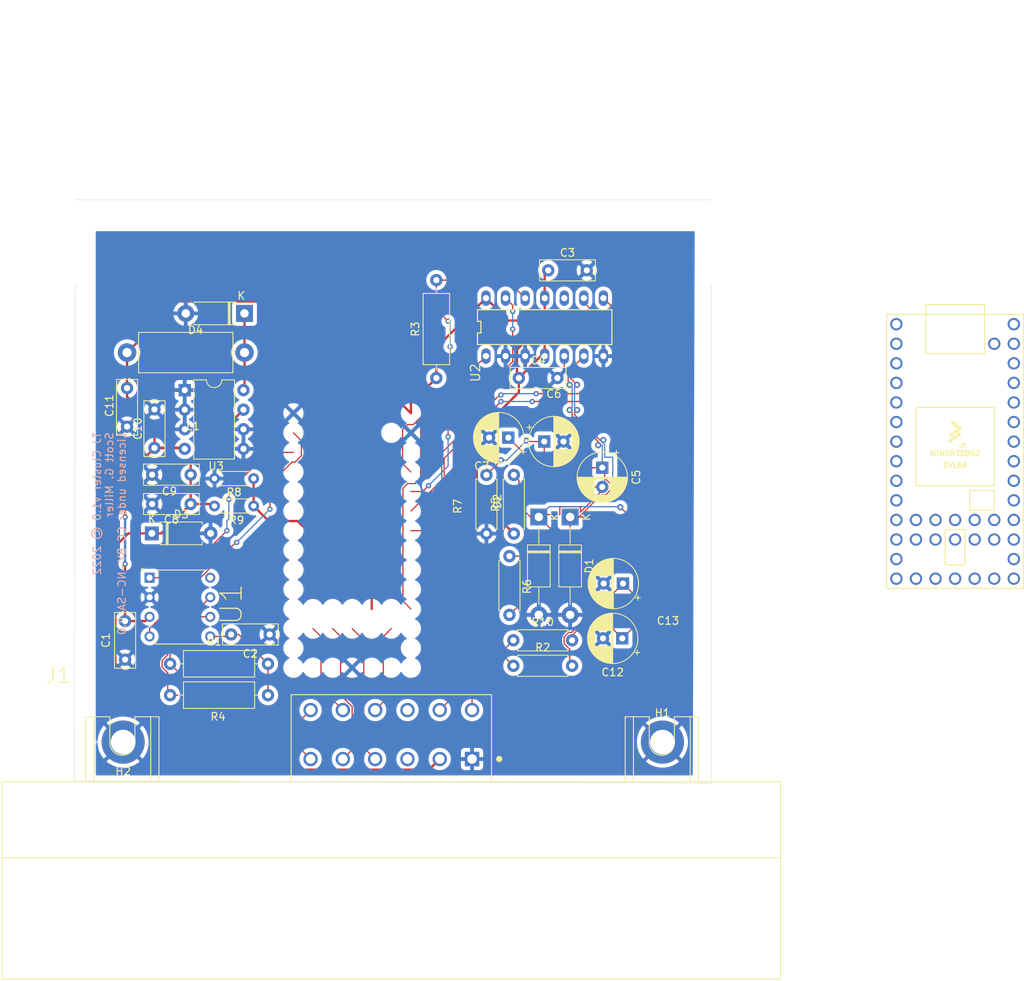
<source format=kicad_pcb>
(kicad_pcb (version 20211014) (generator pcbnew)
  (layers (0 "F.Cu" signal) (31 "B.Cu" power) (36 "B.SilkS" user "B.Silkscreen") (37 "F.SilkS" user "F.Silkscreen") (38 "B.Mask" user) (39 "F.Mask" user) (44 "Edge.Cuts" user))
  (net 0 "")
  (net 1 "GND")
  (net 2 "+12V")
  (net 3 "ccd-")
  (net 4 "ccd+")
  (net 5 "can-")
  (net 6 "can+")
  (net 7 "12V_MEASURE")
  (net 8 "txd")
  (net 9 "rxd")
  (net 10 "CCD_CLOCK")
  (net 11 "can_tx")
  (net 12 "can_rx")
  (net 13 "idle")
  (net 15 "Net-(C2-Pad2)")
  (net 17 "+5V")
  (net 18 "Net-(D4-Pad1)")
  (net 20 "/IO{slash}1")
  (net 21 "/IO{slash}2")
  (net 22 "/IO{slash}3")
  (net 23 "/IO{slash}4")
  (net 25 "ctrl")
  (net 26 "ccd_f+")
  (net 27 "ccd_f-")
  (footprint "Diode_THT:D_DO-41_SOD81_P12.70mm_Horizontal" (layer "F.Cu") (at 114.38762 101.092 -90)
    (fp_text reference "D1")
    (fp_text value "1N4728")
  )
  (footprint "Resistor_THT:R_Axial_DIN0207_L6.3mm_D2.5mm_P7.62mm_Horizontal" (layer "F.Cu") (at 103.526442 95.630982 -90)
    (fp_text reference "R7")
    (fp_text value "13K")
  )
  (footprint "Capacitor_THT:C_Disc_D7.0mm_W2.5mm_P5.00mm" (layer "F.Cu") (at 56.896 84.368 -90)
    (fp_text reference "C11")
    (fp_text value "0.1uf")
  )
  (footprint "Capacitor_THT:CP_Radial_D6.3mm_P2.50mm" (layer "F.Cu") (at 121.24562 109.728 180)
    (fp_text reference "C13")
    (fp_text value "3.3nF")
  )
  (footprint "Capacitor_THT:CP_Radial_D6.3mm_P2.50mm" (layer "F.Cu") (at 118.560131 94.688012 -90)
    (fp_text reference "C5")
    (fp_text value "25pF")
  )
  (footprint "Resistor_THT:R_Axial_DIN0309_L9.0mm_D3.2mm_P12.70mm_Horizontal" (layer "F.Cu") (at 97.028 83.058 90)
    (fp_text reference "R3")
    (fp_text value "10k")
  )
  (footprint "Resistor_THT:R_Axial_DIN0207_L6.3mm_D2.5mm_P7.62mm_Horizontal" (layer "F.Cu") (at 107.082442 103.250982 90)
    (fp_text reference "R5")
    (fp_text value "13K")
  )
  (footprint "DTM13:TE_DTM13-12PA-R008" (layer "F.Cu") (at 91.186 130.535)
    (fp_text reference "J1")
    (fp_text value "DTM13-12PA-R008")
  )
  (footprint "Capacitor_THT:C_Disc_D7.0mm_W2.5mm_P5.00mm" (layer "F.Cu") (at 60.452 92.13 90)
    (fp_text reference "C10")
    (fp_text value "150uF")
  )
  (footprint "MCP2561:DIP787W46P254L927H533Q8" (layer "F.Cu") (at 63.754 112.776)
    (fp_text reference "U1")
    (fp_text value "MCP2561")
  )
  (footprint "Inductor_THT:L_Axial_L12.0mm_D5.0mm_P15.24mm_Horizontal_Fastron_MISC" (layer "F.Cu") (at 72.136 79.756 180)
    (fp_text reference "L1")
    (fp_text value "150uH")
  )
  (footprint "Resistor_THT:R_Axial_DIN0207_L6.3mm_D2.5mm_P7.62mm_Horizontal" (layer "F.Cu") (at 107.02162 117.094)
    (fp_text reference "R10")
    (fp_text value "10ohm")
  )
  (footprint "Capacitor_THT:C_Disc_D7.0mm_W2.5mm_P5.00mm" (layer "F.Cu") (at 111.546 69.088)
    (fp_text reference "C3")
    (fp_text value "0.1uF")
  )
  (footprint "Resistor_THT:R_Axial_DIN0204_L3.6mm_D1.6mm_P5.08mm_Horizontal" (layer "F.Cu") (at 73.32 99.662 180)
    (fp_text reference "R9")
    (fp_text value "10M")
  )
  (footprint "Capacitor_THT:CP_Radial_D6.3mm_P2.50mm" (layer "F.Cu") (at 121.158 116.84 180)
    (fp_text reference "C12")
    (fp_text value "3.3nF")
  )
  (footprint "CDP68HC68S1:CDP68HC68S1" (layer "F.Cu") (at 111.08562 76.454)
    (fp_text reference "U2")
    (fp_text value "CDP68HC68S1")
  )
  (footprint "Diode_THT:D_DO-41_SOD81_P7.62mm_Horizontal" (layer "F.Cu") (at 72.136 74.676 180)
    (fp_text reference "D4")
    (fp_text value "550mV")
  )
  (footprint "Capacitor_THT:C_Disc_D7.0mm_W2.5mm_P5.00mm" (layer "F.Cu") (at 65.152 95.598 180)
    (fp_text reference "C9")
    (fp_text value "100uf")
  )
  (footprint "Capacitor_THT:C_Disc_D7.0mm_W2.5mm_P5.00mm" (layer "F.Cu") (at 65.152 99.408 180)
    (fp_text reference "C8")
    (fp_text value "0.1uf")
  )
  (footprint "Diode_THT:D_A-405_P7.62mm_Horizontal" (layer "F.Cu") (at 60.112 103.218)
    (fp_text reference "D3")
    (fp_text value "SD15_SOD323")
  )
  (footprint "Diode_THT:D_DO-41_SOD81_P12.70mm_Horizontal" (layer "F.Cu") (at 110.32362 101.092 -90)
    (fp_text reference "D2")
    (fp_text value "1N4728")
  )
  (footprint "Resistor_THT:R_Axial_DIN0204_L3.6mm_D1.6mm_P5.08mm_Horizontal" (layer "F.Cu") (at 73.32 96.106 180)
    (fp_text reference "R8")
    (fp_text value "1.5M")
  )
  (footprint "Resistor_THT:R_Axial_DIN0207_L6.3mm_D2.5mm_P7.62mm_Horizontal" (layer "F.Cu") (at 106.51362 113.792 90)
    (fp_text reference "R6")
    (fp_text value "120ohm")
  )
  (footprint "Resistor_THT:R_Axial_DIN0207_L6.3mm_D2.5mm_P7.62mm_Horizontal" (layer "F.Cu") (at 107.02162 120.396)
    (fp_text reference "R2")
    (fp_text value "10ohm")
  )
  (footprint "Capacitor_THT:C_Disc_D7.0mm_W2.5mm_P5.00mm" (layer "F.Cu") (at 75.398 116.332 180)
    (fp_text reference "C2")
    (fp_text value "4700pF")
  )
  (footprint "Teensy:Teensy40" (layer "F.Cu") (at 164.338 92.583 -90)
    (fp_text reference "U4")
    (fp_text value "Teensy4.0")
  )
  (footprint "MountingHole:MountingHole_3.2mm_M3_DIN965_Pad" (layer "F.Cu") (at 56.388 130.302 180)
    (fp_text reference "H2")
    (fp_text value "MountingHole_Pad")
  )
  (footprint "Capacitor_THT:C_Disc_D7.0mm_W2.5mm_P5.00mm" (layer "F.Cu") (at 107.736 83.058)
    (fp_text reference "C4")
    (fp_text value "0.1uF")
  )
  (footprint "Capacitor_THT:CP_Radial_D6.3mm_P2.50mm" (layer "F.Cu") (at 111.027752 91.298391)
    (fp_text reference "C6")
    (fp_text value "25pF")
  )
  (footprint "Capacitor_THT:C_Disc_D7.0mm_W2.5mm_P5.00mm" (layer "F.Cu") (at 56.642 119.594 90)
    (fp_text reference "C1")
    (fp_text value "0.1uF")
  )
  (footprint "Resistor_THT:R_Axial_DIN0309_L9.0mm_D3.2mm_P12.70mm_Horizontal" (layer "F.Cu") (at 75.184 120.142 180)
    (fp_text reference "R4")
    (fp_text value "60ohm")
  )
  (footprint "Capacitor_THT:CP_Radial_D6.3mm_P2.50mm" (layer "F.Cu") (at 106.368131 90.790391 180)
    (fp_text reference "C7")
    (fp_text value "25pF")
  )
  (footprint "MountingHole:MountingHole_3.2mm_M3_DIN965_Pad" (layer "F.Cu") (at 126.365 130.302)
    (fp_text reference "H1")
    (fp_text value "MountingHole_Pad")
  )
  (footprint "Package_DIP:DIP-8_W7.62mm" (layer "F.Cu") (at 64.382 84.63)
    (fp_text reference "U3")
    (fp_text value "LM2594HVM-5.0")
  )
  (footprint "Resistor_THT:R_Axial_DIN0309_L9.0mm_D3.2mm_P12.70mm_Horizontal" (layer "F.Cu") (at 62.484 124.206)
    (fp_text reference "R1")
    (fp_text value "60ohm")
  )
  (gr_line (start 50.19 59.944) (end 132.69 59.944) (layer "Edge.Cuts") (width 0.05))
  (gr_line (start 50.038 135.369) (end 50.19 70.866) (layer "Edge.Cuts") (width 0.05))
  (gr_line (start 132.69 70.866) (end 132.69 135.61) (layer "Edge.Cuts") (width 0.05))
  (gr_line (start 132.69 135.61) (end 50.038 135.369) (layer "Edge.Cuts") (width 0.05))
  (gr_text "TJ Cluster v1.0 © 2022 \nScott G. Miller \nLicensed under CC BY-NC-SA 4.0 " (at 54.61 90.012243 90) (layer "B.SilkS") (effects (font (size 1 1)) (justify left mirror)))
  (segment (start 55.372 120.097865) (end 55.372 104.902) (width 0.3) (layer "F.Cu") (net 2))
  (segment (start 65.152 94.02) (end 72.002 87.17) (width 0.3) (layer "F.Cu") (net 2))
  (segment (start 60.112 103.218) (end 61.342 103.218) (width 0.3) (layer "F.Cu") (net 2))
  (segment (start 57.056 103.218) (end 55.372 104.902) (width 0.3) (layer "F.Cu") (net 2))
  (segment (start 67.986 99.408) (end 68.24 99.662) (width 0.3) (layer "F.Cu") (net 2))
  (segment (start 97.471 132.495) (end 96.086689 133.879311) (width 0.3) (layer "F.Cu") (net 2))
  (segment (start 69.153446 133.879311) (end 55.372 120.097865) (width 0.3) (layer "F.Cu") (net 2))
  (segment (start 61.342 103.218) (end 65.152 99.408) (width 0.3) (layer "F.Cu") (net 2))
  (segment (start 60.112 103.218) (end 57.056 103.218) (width 0.3) (layer "F.Cu") (net 2))
  (segment (start 65.152 95.598) (end 65.152 94.02) (width 0.3) (layer "F.Cu") (net 2))
  (segment (start 96.086689 133.879311) (end 69.153446 133.879311) (width 0.3) (layer "F.Cu") (net 2))
  (segment (start 65.152 99.408) (end 67.986 99.408) (width 0.3) (layer "F.Cu") (net 2))
  (segment (start 65.152 99.408) (end 65.152 95.598) (width 0.3) (layer "F.Cu") (net 2))
  (segment (start 100.012679 124.053354) (end 99.999793 124.040468) (width 0.1524) (layer "F.Cu") (net 3))
  (segment (start 99.138381 124.027587) (end 99.138381 124.027586) (width 0.1524) (layer "F.Cu") (net 3))
  (segment (start 98.727 124.464736) (end 98.714115 124.451851) (width 0.1524) (layer "F.Cu") (net 3))
  (segment (start 105.027201 118.588799) (end 105.526821 118.588799) (width 0.1524) (layer "F.Cu") (net 3))
  (segment (start 105.526821 118.588799) (end 107.02162 117.094) (width 0.1524) (layer "F.Cu") (net 3))
  (segment (start 99.999793 123.616204) (end 100.717188 122.898812) (width 0.1524) (layer "F.Cu") (net 3))
  (segment (start 99.138381 124.027586) (end 99.588415 124.477619) (width 0.1524) (layer "F.Cu") (net 3))
  (segment (start 100.012679 124.053353) (end 100.012679 124.053354) (width 0.1524) (layer "F.Cu") (net 3))
  (segment (start 97.471 126.145) (end 98.727 124.889) (width 0.1524) (layer "F.Cu") (net 3))
  (segment (start 100.717188 122.898812) (end 105.027201 118.588799) (width 0.1524) (layer "F.Cu") (net 3))
  (arc (start 99.588415 124.477619) (mid 99.800547 124.565487) (end 100.012679 124.477619) (width 0.1524) (layer "F.Cu") (net 3))
  (arc (start 100.012679 124.477619) (mid 100.100547 124.265486) (end 100.012679 124.053353) (width 0.1524) (layer "F.Cu") (net 3))
  (arc (start 98.714115 124.027587) (mid 98.926249 123.939718) (end 99.138381 124.027587) (width 0.1524) (layer "F.Cu") (net 3))
  (arc (start 98.727 124.889) (mid 98.814868 124.676868) (end 98.727 124.464736) (width 0.1524) (layer "F.Cu") (net 3))
  (arc (start 98.714115 124.451851) (mid 98.626247 124.239719) (end 98.714115 124.027587) (width 0.1524) (layer "F.Cu") (net 3))
  (arc (start 99.999793 124.040468) (mid 99.911925 123.828336) (end 99.999793 123.616204) (width 0.1524) (layer "F.Cu") (net 3))
  (segment (start 102.438814 122.043251) (end 102.664122 122.268559) (width 0.1524) (layer "F.Cu") (net 4))
  (segment (start 101.242366 123.021) (end 101.361 123.021) (width 0.1524) (layer "F.Cu") (net 4))
  (segment (start 105.1566 118.901201) (end 105.526821 118.901201) (width 0.1524) (layer "F.Cu") (net 4))
  (segment (start 103.088386 121.844293) (end 103.088386 121.844294) (width 0.1524) (layer "F.Cu") (net 4))
  (segment (start 101.661 122.396801) (end 102.01455 122.043251) (width 0.1524) (layer "F.Cu") (net 4))
  (segment (start 101.661 122.721) (end 101.661 122.396801) (width 0.1524) (layer "F.Cu") (net 4))
  (segment (start 103.088386 121.844294) (end 102.863077 121.618985) (width 0.1524) (layer "F.Cu") (net 4))
  (segment (start 101.661 126.145) (end 101.661 124.521) (width 0.1524) (layer "F.Cu") (net 4))
  (segment (start 102.969144 121.088657) (end 105.1566 118.901201) (width 0.1524) (layer "F.Cu") (net 4))
  (segment (start 101.242366 123.621) (end 102.279634 123.621) (width 0.1524) (layer "F.Cu") (net 4))
  (segment (start 102.863077 121.194721) (end 102.863078 121.194722) (width 0.1524) (layer "F.Cu") (net 4))
  (segment (start 101.961 124.221) (end 102.279634 124.221) (width 0.1524) (layer "F.Cu") (net 4))
  (segment (start 102.863078 121.194722) (end 102.969144 121.088657) (width 0.1524) (layer "F.Cu") (net 4))
  (segment (start 105.526821 118.901201) (end 107.02162 120.396) (width 0.1524) (layer "F.Cu") (net 4))
  (arc (start 103.088386 122.268559) (mid 103.176254 122.056426) (end 103.088386 121.844293) (width 0.1524) (layer "F.Cu") (net 4))
  (arc (start 102.579634 123.921) (mid 102.491766 123.708868) (end 102.279634 123.621) (width 0.1524) (layer "F.Cu") (net 4))
  (arc (start 101.242366 123.621) (mid 101.030234 123.533132) (end 100.942366 123.321) (width 0.1524) (layer "F.Cu") (net 4))
  (arc (start 102.863077 121.618985) (mid 102.775209 121.406853) (end 102.863077 121.194721) (width 0.1524) (layer "F.Cu") (net 4))
  (arc (start 101.361 123.021) (mid 101.573132 122.933132) (end 101.661 122.721) (width 0.1524) (layer "F.Cu") (net 4))
  (arc (start 100.942366 123.321) (mid 101.030234 123.108868) (end 101.242366 123.021) (width 0.1524) (layer "F.Cu") (net 4))
  (arc (start 101.661 124.521) (mid 101.748868 124.308868) (end 101.961 124.221) (width 0.1524) (layer "F.Cu") (net 4))
  (arc (start 102.279634 124.221) (mid 102.491766 124.133132) (end 102.579634 123.921) (width 0.1524) (layer "F.Cu") (net 4))
  (arc (start 102.01455 122.043251) (mid 102.226682 121.955383) (end 102.438814 122.043251) (width 0.1524) (layer "F.Cu") (net 4))
  (arc (start 102.664122 122.268559) (mid 102.876254 122.356427) (end 103.088386 122.268559) (width 0.1524) (layer "F.Cu") (net 4))
  (segment (start 78.719907 127.2367) (end 78.95747 127.474263) (width 0.1524) (layer "F.Cu") (net 5))
  (segment (start 77.871379 128.085229) (end 78.108942 128.322792) (width 0.1524) (layer "F.Cu") (net 5))
  (segment (start 78.74534 128.110662) (end 78.295643 127.660965) (width 0.1524) (layer "F.Cu") (net 5))
  (segment (start 71.505799 129.163799) (end 62.484 120.142) (width 0.1524) (layer "F.Cu") (net 5))
  (segment (start 62.484 117.152801) (end 65.590801 114.046) (width 0.1524) (layer "F.Cu") (net 5))
  (segment (start 78.108942 128.747056) (end 77.692201 129.163799) (width 0.1524) (layer "F.Cu") (net 5))
  (segment (start 62.484 120.142) (end 62.484 117.152801) (width 0.1524) (layer "F.Cu") (net 5))
  (segment (start 79.381735 127.05) (end 79.144171 126.812436) (width 0.1524) (layer "F.Cu") (net 5))
  (segment (start 79.195035 128.560357) (end 78.74534 128.110662) (width 0.1524) (layer "F.Cu") (net 5))
  (segment (start 78.95747 127.474263) (end 79.619299 128.136093) (width 0.1524) (layer "F.Cu") (net 5))
  (segment (start 80.711 126.145) (end 79.806 127.05) (width 0.1524) (layer "F.Cu") (net 5))
  (segment (start 65.590801 114.046) (end 67.689 114.046) (width 0.1524) (layer "F.Cu") (net 5))
  (segment (start 77.692201 129.163799) (end 71.505799 129.163799) (width 0.1524) (layer "F.Cu") (net 5))
  (segment (start 79.381734 127.05) (end 79.381735 127.05) (width 0.1524) (layer "F.Cu") (net 5))
  (arc (start 77.871379 127.660965) (mid 77.783511 127.873097) (end 77.871379 128.085229) (width 0.1524) (layer "F.Cu") (net 5))
  (arc (start 78.719907 126.812436) (mid 78.632039 127.024568) (end 78.719907 127.2367) (width 0.1524) (layer "F.Cu") (net 5))
  (arc (start 78.295643 127.660965) (mid 78.083511 127.573097) (end 77.871379 127.660965) (width 0.1524) (layer "F.Cu") (net 5))
  (arc (start 79.619299 128.136093) (mid 79.707167 128.348225) (end 79.619299 128.560357) (width 0.1524) (layer "F.Cu") (net 5))
  (arc (start 79.619299 128.560357) (mid 79.407167 128.648225) (end 79.195035 128.560357) (width 0.1524) (layer "F.Cu") (net 5))
  (arc (start 78.108942 128.322792) (mid 78.19681 128.534924) (end 78.108942 128.747056) (width 0.1524) (layer "F.Cu") (net 5))
  (arc (start 79.806 127.05) (mid 79.593867 127.137868) (end 79.381734 127.05) (width 0.1524) (layer "F.Cu") (net 5))
  (arc (start 79.144171 126.812436) (mid 78.932039 126.724568) (end 78.719907 126.812436) (width 0.1524) (layer "F.Cu") (net 5))
  (segment (start 71.3764 129.476201) (end 66.106199 124.206) (width 0.1524) (layer "F.Cu") (net 6))
  (segment (start 77.692201 129.476201) (end 71.3764 129.476201) (width 0.1524) (layer "F.Cu") (net 6))
  (segment (start 62.1716 121.294318) (end 61.448289 120.571007) (width 0.1524) (layer "F.Cu") (net 6))
  (segment (start 62.1716 123.8936) (end 62.1716 121.294318) (width 0.1524) (layer "F.Cu") (net 6))
  (segment (start 62.484 124.206) (end 62.1716 123.8936) (width 0.1524) (layer "F.Cu") (net 6))
  (segment (start 62.1716 117.0234) (end 67.689 111.506) (width 0.1524) (layer "F.Cu") (net 6))
  (segment (start 80.711 132.495) (end 77.692201 129.476201) (width 0.1524) (layer "F.Cu") (net 6))
  (segment (start 61.448289 119.712993) (end 62.1716 118.989682) (width 0.1524) (layer "F.Cu") (net 6))
  (segment (start 61.448289 120.571007) (end 61.448289 119.712993) (width 0.1524) (layer "F.Cu") (net 6))
  (segment (start 66.106199 124.206) (end 62.484 124.206) (width 0.1524) (layer "F.Cu") (net 6))
  (segment (start 62.1716 118.989682) (end 62.1716 117.0234) (width 0.1524) (layer "F.Cu") (net 6))
  (segment (start 88.646 111.252) (end 88.646 113.03) (width 0.3) (layer "F.Cu") (net 7))
  (segment (start 73.32 99.662) (end 75.273689 101.615689) (width 0.3) (layer "F.Cu") (net 7))
  (segment (start 75.273689 101.615689) (end 79.009689 101.615689) (width 0.3) (layer "F.Cu") (net 7))
  (segment (start 73.32 96.106) (end 73.32 99.662) (width 0.3) (layer "F.Cu") (net 7))
  (segment (start 79.009689 101.615689) (end 88.646 111.252) (width 0.3) (layer "F.Cu") (net 7))
  (segment (start 121.666 80.01) (end 115.57 86.106) (width 0.1524) (layer "F.Cu") (net 8))
  (segment (start 115.57 86.106) (end 109.474 86.106) (width 0.1524) (layer "F.Cu") (net 8))
  (segment (start 105.41 86.106) (end 98.044 93.472) (width 0.1524) (layer "F.Cu") (net 8))
  (segment (start 95.504 102.87) (end 93.726 102.87) (width 0.1524) (layer "F.Cu") (net 8))
  (segment (start 98.044 100.33) (end 95.504 102.87) (width 0.1524) (layer "F.Cu") (net 8))
  (segment (start 121.666 75.65438) (end 121.666 80.01) (width 0.1524) (layer "F.Cu") (net 8))
  (segment (start 98.044 93.472) (end 98.044 100.33) (width 0.1524) (layer "F.Cu") (net 8))
  (segment (start 118.70562 72.694) (end 121.666 75.65438) (width 0.1524) (layer "F.Cu") (net 8))
  (via (at 105.41 86.106) (size 0.6858) (drill 0.3302) (layers "F.Cu" "B.Cu") (net 8))
  (via (at 109.474 86.106) (size 0.6858) (drill 0.3302) (layers "F.Cu" "B.Cu") (net 8))
  (segment (start 109.474 86.106) (end 105.41 86.106) (width 0.1524) (layer "B.Cu") (net 8))
  (segment (start 117.348 74.422) (end 116.16562 73.23962) (width 0.1524) (layer "F.Cu") (net 9))
  (segment (start 119.992498 74.422) (end 117.348 74.422) (width 0.1524) (layer "F.Cu") (net 9))
  (segment (start 116.144878 85.09) (end 121.35408 79.880798) (width 0.1524) (layer "F.Cu") (net 9))
  (segment (start 109.982 85.09) (end 116.144878 85.09) (width 0.1524) (layer "F.Cu") (net 9))
  (segment (start 97.73208 92.76792) (end 105.239303 85.260697) (width 0.1524) (layer "F.Cu") (net 9))
  (segment (start 97.73208 96.32392) (end 97.73208 92.76792) (width 0.1524) (layer "F.Cu") (net 9))
  (segment (start 116.16562 73.23962) (end 116.16562 72.694) (width 0.1524) (layer "F.Cu") (net 9))
  (segment (start 105.239303 85.260697) (end 105.41 85.260697) (width 0.1524) (layer "F.Cu") (net 9))
  (segment (start 93.726 100.33) (end 97.73208 96.32392) (width 0.1524) (layer "F.Cu") (net 9))
  (segment (start 121.35408 79.880798) (end 121.35408 75.783582) (width 0.1524) (layer "F.Cu") (net 9))
  (segment (start 121.35408 75.783582) (end 119.992498 74.422) (width 0.1524) (layer "F.Cu") (net 9))
  (via (at 105.41 85.260697) (size 0.6858) (drill 0.3302) (layers "F.Cu" "B.Cu") (net 9))
  (via (at 109.982 85.09) (size 0.6858) (drill 0.3302) (layers "F.Cu" "B.Cu") (net 9))
  (segment (start 105.41 85.260697) (end 105.580697 85.09) (width 0.1524) (layer "B.Cu") (net 9))
  (segment (start 105.580697 85.09) (end 109.982 85.09) (width 0.1524) (layer "B.Cu") (net 9))
  (segment (start 94.996 96.078878) (end 94.320589 96.754289) (width 0.1524) (layer "F.Cu") (net 10))
  (segment (start 103.46562 80.214) (end 94.996 88.68362) (width 0.1524) (layer "F.Cu") (net 10))
  (segment (start 92.690289 111.994289) (end 93.726 113.03) (width 0.1524) (layer "F.Cu") (net 10))
  (segment (start 94.320589 96.754289) (end 93.296993 96.754289) (width 0.1524) (layer "F.Cu") (net 10))
  (segment (start 94.996 88.68362) (end 94.996 96.078878) (width 0.1524) (layer "F.Cu") (net 10))
  (segment (start 92.690289 97.360993) (end 92.690289 111.994289) (width 0.1524) (layer "F.Cu") (net 10))
  (segment (start 93.296993 96.754289) (end 92.690289 97.360993) (width 0.1524) (layer "F.Cu") (net 10))
  (segment (start 70.104 98.806) (end 70.104 97.793926) (width 0.1524) (layer "F.Cu") (net 11))
  (segment (start 63.754 108.966) (end 69.85 102.87) (width 0.1524) (layer "F.Cu") (net 11))
  (segment (start 70.104 97.793926) (end 75.187926 92.71) (width 0.1524) (layer "F.Cu") (net 11))
  (segment (start 59.819 108.966) (end 63.754 108.966) (width 0.1524) (layer "F.Cu") (net 11))
  (segment (start 75.187926 92.71) (end 78.486 92.71) (width 0.1524) (layer "F.Cu") (net 11))
  (via (at 69.85 102.87) (size 0.6858) (drill 0.3302) (layers "F.Cu" "B.Cu") (net 11))
  (via (at 70.104 98.806) (size 0.6858) (drill 0.3302) (layers "F.Cu" "B.Cu") (net 11))
  (segment (start 69.85 101.603926) (end 70.104 101.349926) (width 0.1524) (layer "B.Cu") (net 11))
  (segment (start 70.104 101.349926) (end 70.104 98.806) (width 0.1524) (layer "B.Cu") (net 11))
  (segment (start 69.85 102.87) (end 69.85 101.603926) (width 0.1524) (layer "B.Cu") (net 11))
  (segment (start 75.438 96.833282) (end 75.438 100.076) (width 0.1524) (layer "F.Cu") (net 12))
  (segment (start 78.680718 93.98) (end 78.291282 93.98) (width 0.1524) (layer "F.Cu") (net 12))
  (segment (start 79.521711 93.139007) (end 78.680718 93.98) (width 0.1524) (layer "F.Cu") (net 12))
  (segment (start 59.819 115.577758) (end 59.819 116.586) (width 0.1524) (layer "F.Cu") (net 12))
  (segment (start 78.291282 93.98) (end 75.438 96.833282) (width 0.1524) (layer "F.Cu") (net 12))
  (segment (start 71.002758 104.394) (end 59.819 115.577758) (width 0.1524) (layer "F.Cu") (net 12))
  (segment (start 78.486 90.17) (end 79.521711 91.205711) (width 0.1524) (layer "F.Cu") (net 12))
  (segment (start 71.12 104.394) (end 71.002758 104.394) (width 0.1524) (layer "F.Cu") (net 12))
  (segment (start 79.521711 91.205711) (end 79.521711 93.139007) (width 0.1524) (layer "F.Cu") (net 12))
  (via (at 75.438 100.076) (size 0.6858) (drill 0.3302) (layers "F.Cu" "B.Cu") (net 12))
  (via (at 71.12 104.394) (size 0.6858) (drill 0.3302) (layers "F.Cu" "B.Cu") (net 12))
  (segment (start 75.438 100.076) (end 71.12 104.394) (width 0.1524) (layer "B.Cu") (net 12))
  (segment (start 98.806 84.328) (end 98.806 79.248) (width 0.1524) (layer "F.Cu") (net 13))
  (segment (start 94.039711 89.094289) (end 98.806 84.328) (width 0.1524) (layer "F.Cu") (net 13))
  (segment (start 98.806 79.248) (end 98.806 78.994) (width 0.1524) (layer "F.Cu") (net 13))
  (segment (start 92.650289 89.724425) (end 93.280425 89.094289) (width 0.1524) (layer "F.Cu") (net 13))
  (segment (start 98.552 75.692) (end 97.028 74.168) (width 0.1524) (layer "F.Cu") (net 13))
  (segment (start 106.20962 70.358) (end 108.54562 72.694) (width 0.1524) (layer "F.Cu") (net 13))
  (segment (start 97.028 70.358) (end 106.20962 70.358) (width 0.1524) (layer "F.Cu") (net 13))
  (segment (start 93.726 95.25) (end 92.650289 94.174289) (width 0.1524) (layer "F.Cu") (net 13))
  (segment (start 93.280425 89.094289) (end 94.039711 89.094289) (width 0.1524) (layer "F.Cu") (net 13))
  (segment (start 97.028 74.168) (end 97.028 70.358) (width 0.1524) (layer "F.Cu") (net 13))
  (segment (start 92.650289 94.174289) (end 92.650289 89.724425) (width 0.1524) (layer "F.Cu") (net 13))
  (via (at 98.552 75.692) (size 0.6858) (drill 0.3302) (layers "F.Cu" "B.Cu") (net 13))
  (via (at 98.806 78.994) (size 0.6858) (drill 0.3302) (layers "F.Cu" "B.Cu") (net 13))
  (segment (start 98.806 75.946) (end 98.552 75.692) (width 0.1524) (layer "B.Cu") (net 13))
  (segment (start 98.806 78.994) (end 98.806 75.946) (width 0.1524) (layer "B.Cu") (net 13))
  (segment (start 70.144 116.586) (end 70.398 116.332) (width 0.1524) (layer "F.Cu") (net 15))
  (segment (start 75.184 120.142) (end 71.374 116.332) (width 0.1524) (layer "F.Cu") (net 15))
  (segment (start 71.374 116.332) (end 70.398 116.332) (width 0.1524) (layer "F.Cu") (net 15))
  (segment (start 75.184 124.206) (end 75.184 120.142) (width 0.1524) (layer "F.Cu") (net 15))
  (segment (start 67.689 116.586) (end 70.144 116.586) (width 0.1524) (layer "F.Cu") (net 15))
  (segment (start 56.896 79.756) (end 56.896 84.368) (width 0.3) (layer "F.Cu") (net 17))
  (segment (start 97.028 79.13162) (end 103.46562 72.694) (width 0.3) (layer "F.Cu") (net 17))
  (segment (start 60.452 89.05537) (end 60.452 92.13) (width 0.3) (layer "F.Cu") (net 17))
  (segment (start 111.08562 69.54838) (end 111.546 69.088) (width 0.3) (layer "F.Cu") (net 17))
  (segment (start 56.896 85.49937) (end 60.452 89.05537) (width 0.3) (layer "F.Cu") (net 17))
  (segment (start 111.08562 76.03362) (end 111.08562 75.60438) (width 0.3) (layer "F.Cu") (net 17))
  (segment (start 97.028 83.058) (end 97.028 79.13162) (width 0.3) (layer "F.Cu") (net 17))
  (segment (start 93.726 87.63) (end 93.726 86.36) (width 0.3) (layer "F.Cu") (net 17))
  (segment (start 60.452 92.13) (end 56.642 95.94) (width 0.3) (layer "F.Cu") (net 17))
  (segment (start 107.736 83.058) (end 107.736 84.907428) (width 0.3) (layer "F.Cu") (net 17))
  (segment (start 56.896 84.368) (end 56.896 85.49937) (width 0.3) (layer "F.Cu") (net 17))
  (segment (start 79.217689 73.121689) (end 63.530311 73.121689) (width 0.3) (layer "F.Cu") (net 17))
  (segment (start 56.642 95.94) (end 56.642 101.092) (width 0.3) (layer "F.Cu") (net 17))
  (segment (start 107.4913 82.8133) (end 107.4913 79.377287) (width 0.3) (layer "F.Cu") (net 17))
  (segment (start 111.08562 75.60438) (end 111.08562 72.694) (width 0.3) (layer "F.Cu") (net 17))
  (segment (start 56.642 109.982) (end 56.642 109.926378) (width 0.3) (layer "F.Cu") (net 17))
  (segment (start 60.382 92.13) (end 64.262 92.13) (width 0.35) (layer "F.Cu") (net 17))
  (segment (start 102.272131 98.440671) (end 107.082442 103.250982) (width 0.3) (layer "F.Cu") (net 17))
  (segment (start 107.736 83.058) (end 110.58 80.214) (width 0.3) (layer "F.Cu") (net 17))
  (segment (start 103.46562 72.694) (end 106.376 75.60438) (width 0.3) (layer "F.Cu") (net 17))
  (segment (start 56.642 114.594) (end 59.271 114.594) (width 0.3) (layer "F.Cu") (net 17))
  (segment (start 110.834967 76.03362) (end 111.08562 76.03362) (width 0.3) (layer "F.Cu") (net 17))
  (segment (start 107.4913 79.377287) (end 110.834967 76.03362) (width 0.3) (layer "F.Cu") (net 17))
  (segment (start 63.530311 73.121689) (end 56.896 79.756) (width 0.3) (layer "F.Cu") (net 17))
  (segment (start 56.642 107.188) (end 56.642 109.982) (width 0.3) (layer "F.Cu") (net 17))
  (segment (start 106.376 75.60438) (end 111.08562 75.60438) (width 0.3) (layer "F.Cu") (net 17))
  (segment (start 110.58 80.214) (end 111.08562 80.214) (width 0.3) (layer "F.Cu") (net 17))
  (segment (start 93.726 87.63) (end 79.217689 73.121689) (width 0.3) (layer "F.Cu") (net 17))
  (segment (start 59.271 114.594) (end 59.819 114.046) (width 0.3) (layer "F.Cu") (net 17))
  (segment (start 111.08562 80.214) (end 111.08562 76.03362) (width 0.3) (layer "F.Cu") (net 17))
  (segment (start 64.262 92.13) (end 64.382 92.25) (width 0.35) (layer "F.Cu") (net 17))
  (segment (start 102.272131 90.371297) (end 102.272131 98.440671) (width 0.3) (layer "F.Cu") (net 17))
  (segment (start 93.726 86.36) (end 97.028 83.058) (width 0.3) (layer "F.Cu") (net 17))
  (segment (start 56.642 114.594) (end 56.642 109.982) (width 0.3) (layer "F.Cu") (net 17))
  (segment (start 107.736 83.058) (end 107.4913 82.8133) (width 0.3) (layer "F.Cu") (net 17))
  (segment (start 111.08562 72.694) (end 111.08562 69.54838) (width 0.3) (layer "F.Cu") (net 17))
  (segment (start 107.736 84.907428) (end 102.272131 90.371297) (width 0.3) (layer "F.Cu") (net 17))
  (via (at 56.642 107.188) (size 0.6858) (drill 0.3302) (layers "F.Cu" "B.Cu") (net 17))
  (via (at 56.642 101.092) (size 0.6858) (drill 0.3302) (layers "F.Cu" "B.Cu") (net 17))
  (segment (start 56.642 101.092) (end 56.642 107.188) (width 0.3) (layer "B.Cu") (net 17))
  (segment (start 72.136 74.676) (end 72.136 79.756) (width 0.3) (layer "F.Cu") (net 18))
  (segment (start 72.136 79.756) (end 72.136 84.496) (width 0.3) (layer "F.Cu") (net 18))
  (segment (start 72.136 84.496) (end 72.002 84.63) (width 0.3) (layer "F.Cu") (net 18))
  (segment (start 84.901 126.145) (end 82.061711 123.305711) (width 0.1524) (layer "F.Cu") (net 20))
  (segment (start 82.061711 123.305711) (end 82.061711 116.605711) (width 0.1524) (layer "F.Cu") (net 20))
  (segment (start 82.061711 116.605711) (end 81.026 115.57) (width 0.1524) (layer "F.Cu") (net 20))
  (segment (start 90.150289 125.085711) (end 90.150289 116.605711) (width 0.1524) (layer "F.Cu") (net 21))
  (segment (start 90.150289 116.605711) (end 91.186 115.57) (width 0.1524) (layer "F.Cu") (net 21))
  (segment (start 89.091 126.145) (end 90.150289 125.085711) (width 0.1524) (layer "F.Cu") (net 21))
  (segment (start 83.566 115.57) (end 84.601711 116.605711) (width 0.1524) (layer "F.Cu") (net 22))
  (segment (start 86.106 131.29) (end 84.901 132.495) (width 0.1524) (layer "F.Cu") (net 22))
  (segment (start 84.601711 124.197146) (end 86.106 125.701435) (width 0.1524) (layer "F.Cu") (net 22))
  (segment (start 86.106 125.701435) (end 86.106 131.29) (width 0.1524) (layer "F.Cu") (net 22))
  (segment (start 84.601711 116.605711) (end 84.601711 124.197146) (width 0.1524) (layer "F.Cu") (net 22))
  (segment (start 86.106 115.57) (end 87.610289 117.074289) (width 0.1524) (layer "F.Cu") (net 23))
  (segment (start 87.610289 117.074289) (end 87.610289 131.014289) (width 0.1524) (layer "F.Cu") (net 23))
  (segment (start 87.610289 131.014289) (end 89.091 132.495) (width 0.1524) (layer "F.Cu") (net 23))
  (segment (start 106.934 73.62238) (end 106.00562 72.694) (width 0.1524) (layer "F.Cu") (net 25))
  (segment (start 98.552 90.678) (end 98.552 89.306075) (width 0.1524) (layer "F.Cu") (net 25))
  (segment (start 106.934 80.924075) (end 106.934 76.708) (width 0.1524) (layer "F.Cu") (net 25))
  (segment (start 95.25 97.79) (end 96.012 97.028) (width 0.1524) (layer "F.Cu") (net 25))
  (segment (start 98.552 89.306075) (end 106.934 80.924075) (width 0.1524) (layer "F.Cu") (net 25))
  (segment (start 106.934 74.422) (end 106.934 73.62238) (width 0.1524) (layer "F.Cu") (net 25))
  (segment (start 93.726 97.79) (end 95.25 97.79) (width 0.1524) (layer "F.Cu") (net 25))
  (via (at 98.552 90.678) (size 0.6858) (drill 0.3302) (layers "F.Cu" "B.Cu") (net 25))
  (via (at 106.934 74.422) (size 0.6858) (drill 0.3302) (layers "F.Cu" "B.Cu") (net 25))
  (via (at 96.012 97.028) (size 0.6858) (drill 0.3302) (layers "F.Cu" "B.Cu") (net 25))
  (via (at 106.934 76.708) (size 0.6858) (drill 0.3302) (layers "F.Cu" "B.Cu") (net 25))
  (segment (start 96.012 97.028) (end 98.552 94.488) (width 0.1524) (layer "B.Cu") (net 25))
  (segment (start 106.934 76.708) (end 106.934 74.422) (width 0.1524) (layer "B.Cu") (net 25))
  (segment (start 98.552 94.488) (end 98.552 90.678) (width 0.1524) (layer "B.Cu") (net 25))
  (segment (start 121.786718 101.092) (end 114.38762 101.092) (width 0.1524) (layer "F.Cu") (net 26))
  (segment (start 114.606809 116.058289) (end 117.493489 113.171609) (width 0.1524) (layer "F.Cu") (net 26))
  (segment (start 117.802011 113.171609) (end 121.24562 109.728) (width 0.1524) (layer "F.Cu") (net 26))
  (segment (start 108.824391 91.298391) (end 111.027752 91.298391) (width 0.1524) (layer "F.Cu") (net 26))
  (segment (start 118.560131 94.688012) (end 118.872531 95.000412) (width 0.1524) (layer "F.Cu") (net 26))
  (segment (start 111.027752 95.008211) (end 111.027752 91.298391) (width 0.1524) (layer "F.Cu") (net 26))
  (segment (start 117.493489 113.171609) (end 117.802011 113.171609) (width 0.1524) (layer "F.Cu") (net 26))
  (segment (start 118.024588 91.779412) (end 118.024588 91.321489) (width 0.1524) (layer "F.Cu") (net 26))
  (segment (start 127.18542 106.490702) (end 121.786718 101.092) (width 0.1524) (layer "F.Cu") (net 26))
  (segment (start 114.212613 116.058289) (end 114.606809 116.058289) (width 0.1524) (layer "F.Cu") (net 26))
  (segment (start 114.651799 87.9487) (end 114.651799 87.530295) (width 0.1524) (layer "F.Cu") (net 26))
  (segment (start 114.32922 118.246318) (end 113.605909 117.523007) (width 0.1524) (layer "F.Cu") (net 26))
  (segment (start 118.872531 95.000412) (end 118.872531 96.035694) (width 0.1524) (layer "F.Cu") (net 26))
  (segment (start 114.64162 120.396) (end 114.32922 120.0836) (width 0.1524) (layer "F.Cu") (net 26))
  (segment (start 108.712 91.186) (end 108.824391 91.298391) (width 0.1524) (layer "F.Cu") (net 26))
  (segment (start 121.24562 109.728) (end 122.38862 110.871) (width 0.1524) (layer "F.Cu") (net 26))
  (segment (start 117.36013 94.688012) (end 116.26633 95.781812) (width 0.1524) (layer "F.Cu") (net 26))
  (segment (start 124.951609 112.783989) (end 124.951609 112.566746) (width 0.1524) (layer "F.Cu") (net 26))
  (segment (start 118.024588 91.321489) (end 114.651799 87.9487) (width 0.1524) (layer "F.Cu") (net 26))
  (segment (start 113.62562 81.968411) (end 113.62562 80.214) (width 0.1524) (layer "F.Cu") (net 26))
  (segment (start 114.328 83.9343) (end 114.328 83.848) (width 0.1524) (layer "F.Cu") (net 26))
  (segment (start 113.605909 116.664993) (end 114.212613 116.058289) (width 0.1524) (layer "F.Cu") (net 26))
  (segment (start 116.26633 95.781812) (end 111.801353 95.781812) (width 0.1524) (layer "F.Cu") (net 26))
  (segment (start 104.562153 94.595271) (end 104.562153 94.573847) (width 0.1524) (layer "F.Cu") (net 26))
  (segment (start 118.560131 94.688012) (end 117.36013 94.688012) (width 0.1524) (layer "F.Cu") (net 26))
  (segment (start 124.601609 113.083989) (end 124.651609 113.083989) (width 0.1524) (layer "F.Cu") (net 26))
  (segment (start 111.801353 95.781812) (end 111.027752 95.008211) (width 0.1524) (layer "F.Cu") (net 26))
  (segment (start 114.328 83.848) (end 114.126605 83.646605) (width 0.1524) (layer "F.Cu") (net 26))
  (segment (start 124.085673 112.568053) (end 124.601609 113.083989) (width 0.1524) (layer "F.Cu") (net 26))
  (segment (start 118.872531 96.035694) (end 119.595842 96.759005) (width 0.1524) (layer "F.Cu") (net 26))
  (segment (start 127.051609 113.083989) (end 127.066729 113.083989) (width 0.1524) (layer "F.Cu") (net 26))
  (segment (start 126.151609 112.783989) (end 126.151609 112.466746) (width 0.1524) (layer "F.Cu") (net 26))
  (segment (start 114.38762 101.092) (end 114.38762 105.918) (width 0.1524) (layer "F.Cu") (net 26))
  (segment (start 103.526442 95.630982) (end 104.562153 94.595271) (width 0.1524) (layer "F.Cu") (net 26))
  (segment (start 122.812884 110.871) (end 123.037209 110.646676) (width 0.1524) (layer "F.Cu") (net 26))
  (segment (start 114.126605 83.646605) (end 114.126605 82.469395) (width 0.1524) (layer "F.Cu") (net 26))
  (segment (start 104.562153 94.573847) (end 105.41 93.726) (width 0.1524) (layer "F.Cu") (net 26))
  (segment (start 115.536902 101.092) (end 114.38762 101.092) (width 0.1524) (layer "F.Cu") (net 26))
  (segment (start 122.588558 111.943851) (end 123.461473 111.07094) (width 0.1524) (layer "F.Cu") (net 26))
  (segment (start 118.989138 98.223723) (end 118.405179 98.223723) (width 0.1524) (layer "F.Cu") (net 26))
  (segment (start 124.309999 111.919466) (end 124.085673 112.143789) (width 0.1524) (layer "F.Cu") (net 26))
  (segment (start 119.595842 97.617019) (end 118.989138 98.223723) (width 0.1524) (layer "F.Cu") (net 26))
  (segment (start 114.32922 120.0836) (end 114.32922 118.246318) (width 0.1524) (layer "F.Cu") (net 26))
  (segment (start 125.551609 112.566746) (end 125.551609 112.783989) (width 0.1524) (layer "F.Cu") (net 26))
  (segment (start 122.812885 110.870999) (end 122.812884 110.871) (width 0.1524) (layer "F.Cu") (net 26))
  (segment (start 124.309998 111.919467) (end 124.309999 111.919466) (width 0.1524) (layer "F.Cu") (net 26))
  (segment (start 113.605909 117.523007) (end 113.605909 116.664993) (width 0.1524) (layer "F.Cu") (net 26))
  (segment (start 119.595842 96.759005) (end 119.595842 97.617019) (width 0.1524) (layer "F.Cu") (net 26))
  (segment (start 114.38762 105.918) (end 106.51362 113.792) (width 0.1524) (layer "F.Cu") (net 26))
  (segment (start 123.461472 111.070941) (end 123.461473 111.07094) (width 0.1524) (layer "F.Cu") (net 26))
  (segment (start 123.012823 112.368114) (end 123.012822 112.368115) (width 0.1524) (layer "F.Cu") (net 26))
  (segment (start 126.751609 112.466746) (end 126.751609 112.783989) (width 0.1524) (layer "F.Cu") (net 26))
  (segment (start 123.012822 112.368115) (end 123.885733 111.4952) (width 0.1524) (layer "F.Cu") (net 26))
  (segment (start 127.066729 113.083989) (end 127.18542 112.965298) (width 0.1524) (layer "F.Cu") (net 26))
  (segment (start 127.18542 112.965298) (end 127.18542 106.490702) (width 0.1524) (layer "F.Cu") (net 26))
  (segment (start 118.405179 98.223723) (end 115.536902 101.092) (width 0.1524) (layer "F.Cu") (net 26))
  (segment (start 114.651799 87.530295) (end 114.328 87.206496) (width 0.1524) (layer "F.Cu") (net 26))
  (segment (start 114.126605 82.469395) (end 113.62562 81.968411) (width 0.1524) (layer "F.Cu") (net 26))
  (via (at 108.712 91.186) (size 0.8) (drill 0.4) (layers "F.Cu" "B.Cu") (net 26))
  (via (at 114.328 87.206496) (size 0.8) (drill 0.4) (layers "F.Cu" "B.Cu") (net 26))
  (via (at 118.024588 91.779412) (size 0.8) (drill 0.4) (layers "F.Cu" "B.Cu") (net 26))
  (via (at 114.328 83.9343) (size 0.8) (drill 0.4) (layers "F.Cu" "B.Cu") (net 26))
  (via (at 105.41 93.726) (size 0.8) (drill 0.4) (layers "F.Cu" "B.Cu") (net 26))
  (arc (start 124.309999 111.495202) (mid 124.397866 111.707334) (end 124.309998 111.919467) (width 0.1524) (layer "F.Cu") (net 26))
  (arc (start 125.851609 113.083989) (mid 126.063741 112.996121) (end 126.151609 112.783989) (width 0.1524) (layer "F.Cu") (net 26))
  (arc (start 125.251609 112.266746) (mid 125.463741 112.354614) (end 125.551609 112.566746) (width 0.1524) (layer "F.Cu") (net 26))
  (arc (start 122.588558 111.943851) (mid 122.50069 112.155983) (end 122.588558 112.368115) (width 0.1524) (layer "F.Cu") (net 26))
  (arc (start 125.551609 112.783989) (mid 125.639477 112.996121) (end 125.851609 113.083989) (width 0.1524) (layer "F.Cu") (net 26))
  (arc (start 123.461473 110.646676) (mid 123.54934 110.858808) (end 123.461472 111.070941) (width 0.1524) (layer "F.Cu") (net 26))
  (arc (start 124.651609 113.083989) (mid 124.863741 112.996121) (end 124.951609 112.783989) (width 0.1524) (layer "F.Cu") (net 26))
  (arc (start 123.037209 110.646676) (mid 123.249341 110.558808) (end 123.461473 110.646676) (width 0.1524) (layer "F.Cu") (net 26))
  (arc (start 122.588558 112.368115) (mid 122.800691 112.455983) (end 123.012823 112.368114) (width 0.1524) (layer "F.Cu") (net 26))
  (arc (start 126.451609 112.166746) (mid 126.663741 112.254614) (end 126.751609 112.466746) (width 0.1524) (layer "F.Cu") (net 26))
  (arc (start 124.951609 112.566746) (mid 125.039477 112.354614) (end 125.251609 112.266746) (width 0.1524) (layer "F.Cu") (net 26))
  (arc (start 126.151609 112.466746) (mid 126.239477 112.254614) (end 126.451609 112.166746) (width 0.1524) (layer "F.Cu") (net 26))
  (arc (start 126.751609 112.783989) (mid 126.839477 112.996121) (end 127.051609 113.083989) (width 0.1524) (layer "F.Cu") (net 26))
  (arc (start 124.085673 112.143789) (mid 123.997805 112.355921) (end 124.085673 112.568053) (width 0.1524) (layer "F.Cu") (net 26))
  (arc (start 122.38862 110.871) (mid 122.600754 110.958869) (end 122.812885 110.870999) (width 0.1524) (layer "F.Cu") (net 26))
  (arc (start 123.885733 111.4952) (mid 124.097867 111.407334) (end 124.309999 111.495202) (width 0.1524) (layer "F.Cu") (net 26))
  (segment (start 114.651799 84.258099) (end 114.328 83.9343) (width 0.1524) (layer "B.Cu") (net 26))
  (segment (start 105.41 93.726) (end 106.172 93.726) (width 0.1524) (layer "B.Cu") (net 26))
  (segment (start 114.328 87.206496) (end 114.651799 86.882697) (width 0.1524) (layer "B.Cu") (net 26))
  (segment (start 114.651799 86.882697) (end 114.651799 84.258099) (width 0.1524) (layer "B.Cu") (net 26))
  (segment (start 118.560131 94.688012) (end 118.560131 91.857032) (width 0.1524) (layer "B.Cu") (net 26))
  (segment (start 106.172 93.726) (end 108.712 91.186) (width 0.1524) (layer "B.Cu") (net 26))
  (segment (start 118.560131 91.857032) (end 118.482511 91.779412) (width 0.1524) (layer "B.Cu") (net 26))
  (segment (start 118.482511 91.779412) (end 118.024588 91.779412) (width 0.1524) (layer "B.Cu") (net 26))
  (segment (start 114.64162 117.094) (end 114.64162 116.465282) (width 0.1524) (layer "F.Cu") (net 27))
  (segment (start 118.560131 97.188012) (end 117.36013 97.188012) (width 0.1524) (layer "F.Cu") (net 27))
  (segment (start 110.63602 100.7796) (end 110.32362 101.092) (width 0.1524) (layer "F.Cu") (net 27))
  (segment (start 116.26633 96.094212) (end 111.671952 96.094212) (width 0.1524) (layer "F.Cu") (net 27))
  (segment (start 127.196131 113.396391) (end 127.49782 113.094702) (width 0.1524) (layer "F.Cu") (net 27))
  (segment (start 114.44581 81.93381) (end 116.16562 80.214) (width 0.1524) (layer "F.Cu") (net 27))
  (segment (start 118.703412 91.100588) (end 118.245489 91.100588) (width 0.1524) (layer "F.Cu") (net 27))
  (segment (start 107.743621 99.594199) (end 107.743621 96.335999) (width 0.1524) (layer "F.Cu") (net 27))
  (segment (start 107.743621 96.335999) (end 106.990522 95.5829) (width 0.1524) (layer "F.Cu") (net 27))
  (segment (start 121.916122 100.7796) (end 121.8616 100.7796) (width 0.1524) (layer "F.Cu") (net 27))
  (segment (start 115.723331 100.463767) (end 115.723331 99.756289) (width 0.1524) (layer "F.Cu") (net 27))
  (segment (start 114.447902 83.094202) (end 114.447902 81.935902) (width 0.1524) (layer "F.Cu") (net 27))
  (segment (start 121.158 116.84) (end 124.601609 113.396391) (width 0.1524) (layer "F.Cu") (net 27))
  (segment (start 127.49782 113.094702) (end 127.49782 106.361298) (width 0.1524) (layer "F.Cu") (net 27))
  (segment (start 114.447902 81.935902) (end 114.44581 81.93381) (width 0.1524) (layer "F.Cu") (net 27))
  (segment (start 118.560131 97.188012) (end 118.560131 97.626967) (width 0.1524) (layer "F.Cu") (net 27))
  (segment (start 117.36013 97.188012) (end 116.26633 96.094212) (width 0.1524) (layer "F.Cu") (net 27))
  (segment (start 118.245489 91.100588) (end 114.964201 87.8193) (width 0.1524) (layer "F.Cu") (net 27))
  (segment (start 114.964201 87.530295) (end 115.288 87.206496) (width 0.1524) (layer "F.Cu") (net 27))
  (segment (start 114.07522 105.788599) (end 113.691819 106.172) (width 0.1524) (layer "F.Cu") (net 27))
  (segment (start 117.622891 113.484011) (end 117.802011 113.484011) (width 0.1524) (layer "F.Cu") (net 27))
  (segment (start 109.495422 101.346) (end 107.743621 99.594199) (width 0.1524) (layer "F.Cu") (net 27))
  (segment (start 118.560131 97.626967) (end 115.723331 100.463767) (width 0.1524) (layer "F.Cu") (net 27))
  (segment (start 113.051909 100.7796) (end 110.63602 100.7796) (width 0.1524) (layer "F.Cu") (net 27))
  (segment (start 113.051909 99.756289) (end 113.051909 100.7796) (width 0.1524) (layer "F.Cu") (net 27))
  (segment (start 111.671952 96.094212) (end 106.368131 90.790391) (width 0.1524) (layer "F.Cu") (net 27))
  (segment (start 114.64162 116.465282) (end 117.622891 113.484011) (width 0.1524) (layer "F.Cu") (net 27))
  (segment (start 117.802011 113.484011) (end 121.158 116.84) (width 0.1524) (layer "F.Cu") (net 27))
  (segment (start 124.601609 113.396391) (end 127.196131 113.396391) (width 0.1524) (layer "F.Cu") (net 27))
  (segment (start 114.07522 104.8436) (end 114.07522 105.788599) (width 0.1524) (layer "F.Cu") (net 27))
  (segment (start 115.288 83.9343) (end 114.447902 83.094202) (width 0.1524) (layer "F.Cu") (net 27))
  (segment (start 121.8616 100.7796) (end 120.904 99.822) (width 0.1524) (layer "F.Cu") (net 27))
  (segment (start 115.723331 99.756289) (end 113.051909 99.756289) (width 0.1524) (layer "F.Cu") (net 27))
  (segment (start 110.32362 101.092) (end 114.07522 104.8436) (width 0.1524) (layer "F.Cu") (net 27))
  (segment (start 114.964201 87.8193) (end 114.964201 87.530295) (width 0.1524) (layer "F.Cu") (net 27))
  (segment (start 127.49782 106.361298) (end 121.916122 100.7796) (width 0.1524) (layer "F.Cu") (net 27))
  (segment (start 113.691819 106.172) (end 106.51362 106.172) (width 0.1524) (layer "F.Cu") (net 27))
  (via (at 118.703412 91.100588) (size 0.8) (drill 0.4) (layers "F.Cu" "B.Cu") (net 27))
  (via (at 120.904 99.822) (size 0.8) (drill 0.4) (layers "F.Cu" "B.Cu") (net 27))
  (via (at 115.288 87.206496) (size 0.8) (drill 0.4) (layers "F.Cu" "B.Cu") (net 27))
  (via (at 115.288 83.9343) (size 0.8) (drill 0.4) (layers "F.Cu" "B.Cu") (net 27))
  (segment (start 115.288 87.206496) (end 114.964201 86.882697) (width 0.1524) (layer "B.Cu") (net 27))
  (segment (start 118.872531 93.328501) (end 118.872531 91.72763) (width 0.1524) (layer "B.Cu") (net 27))
  (segment (start 114.964201 86.882697) (end 114.964201 84.258099) (width 0.1524) (layer "B.Cu") (net 27))
  (segment (start 119.919642 93.328501) (end 118.872531 93.328501) (width 0.1524) (layer "B.Cu") (net 27))
  (segment (start 114.964201 84.258099) (end 115.288 83.9343) (width 0.1524) (layer "B.Cu") (net 27))
  (segment (start 118.703412 91.558511) (end 118.703412 91.100588) (width 0.1524) (layer "B.Cu") (net 27))
  (segment (start 120.838289 99.756289) (end 120.904 99.822) (width 0.1524) (layer "B.Cu") (net 27))
  (segment (start 118.560131 97.188012) (end 118.872531 96.875612) (width 0.1524) (layer "B.Cu") (net 27))
  (segment (start 118.872531 96.047523) (end 119.919642 96.047523) (width 0.1524) (layer "B.Cu") (net 27))
  (segment (start 111.659331 99.756289) (end 120.838289 99.756289) (width 0.1524) (layer "B.Cu") (net 27))
  (segment (start 119.919642 96.047523) (end 119.919642 93.328501) (width 0.1524) (layer "B.Cu") (net 27))
  (segment (start 118.872531 96.875612) (end 118.872531 96.047523) (width 0.1524) (layer "B.Cu") (net 27))
  (segment (start 110.32362 101.092) (end 111.659331 99.756289) (width 0.1524) (layer "B.Cu") (net 27))
  (segment (start 118.872531 91.72763) (end 118.703412 91.558511) (width 0.1524) (layer "B.Cu") (net 27))
  (zone (net 1) (net_name "GND") (layer "B.Cu") (connect_pads (clearance 0.508)) (min_thickness 0.254) (fill yes (thermal_gap 0.508) (thermal_bridge_width 0.508))
    (polygon (pts (xy 130.302 134.62) (xy 52.832 134.62) (xy 52.832 64.008) (xy 130.556 64.008)))
  )
)
</source>
